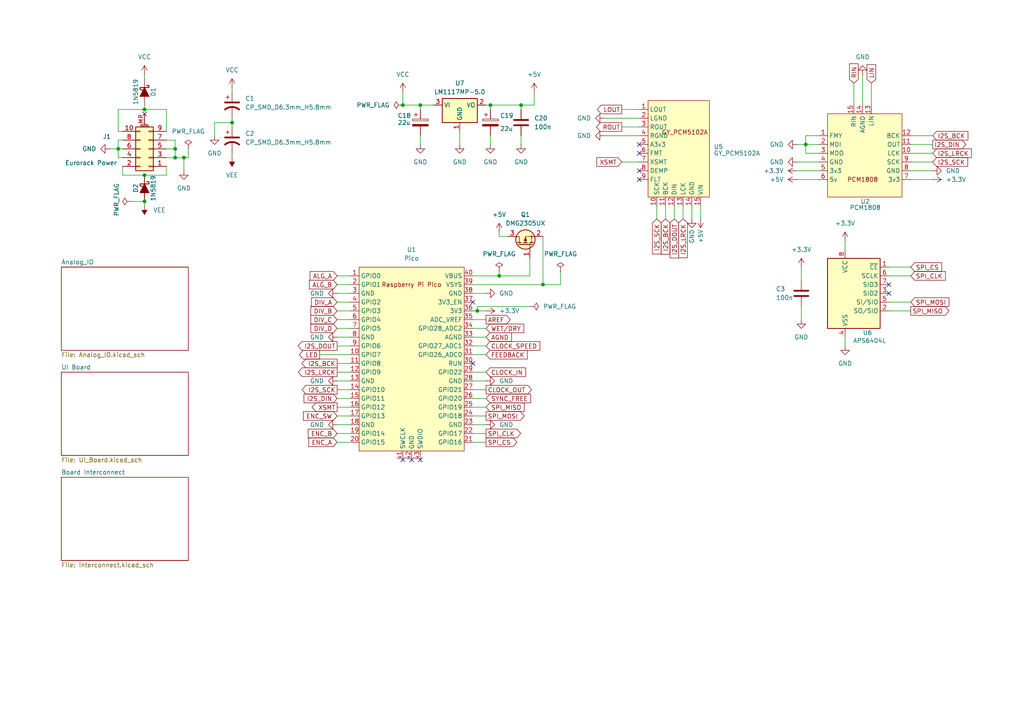
<source format=kicad_sch>
(kicad_sch (version 20231120) (generator "eeschema") (generator_version "8.0")
  (paper "A4")
  (title_block (title "Parrot - Processor DAC and ADC") (date "2024-05-14") (rev "1.0") (company "Audio Morphology") (comment 1 "Main Processor"))
  (lib_symbols
    (symbol "Capacitor_AKL:CP_SMD_D6.3mm_H5.8mm" (pin_numbers hide) (pin_names (offset 0.254))
      (property "Reference" "C" (at 0.635 2.54 0))
      (property "Value" "CP_SMD_D6.3mm_H5.8mm" (at 0.635 -2.54 0))
      (symbol "CP_SMD_D6.3mm_H5.8mm_0_1"
        (rectangle (start -2.286 0.508) (end 2.286 1.016))
        (polyline (pts (xy -1.778 2.286) (xy -0.762 2.286)))
        (polyline (pts (xy -1.27 2.794) (xy -1.27 1.778)))
        (rectangle (start 2.286 -0.508) (end -2.286 -1.016) (fill (type outline)))
      )
      (symbol "CP_SMD_D6.3mm_H5.8mm_1_1"
        (pin passive line (at 0 3.81 270) (length 2.794) (name "~") (number "1"))
        (pin passive line (at 0 -3.81 90) (length 2.794) (name "~") (number "2"))
      )
    )
    (symbol "Capacitor_AKL:C_0603" (pin_numbers hide) (pin_names (offset 0.254))
      (property "Reference" "C" (at 0.635 2.54 0))
      (property "Value" "C_0603" (at 0.635 -2.54 0))
      (symbol "C_0603_0_1"
        (polyline (pts (xy -2.032 -0.762) (xy 2.032 -0.762)) (stroke (width 0.508)))
        (polyline (pts (xy -2.032 0.762) (xy 2.032 0.762)) (stroke (width 0.508)))
      )
      (symbol "C_0603_1_1"
        (pin passive line (at 0 3.81 270) (length 2.794) (name "~") (number "1"))
        (pin passive line (at 0 -3.81 90) (length 2.794) (name "~") (number "2"))
      )
    )
    (symbol "Capacitor_US_AKL:CP_SMD_D6.3mm_H5.8mm" (pin_numbers hide) (pin_names (offset 0.254))
      (property "Reference" "C" (at 0.635 2.54 0))
      (property "Value" "CP_SMD_D6.3mm_H5.8mm" (at 0.635 -2.54 0))
      (symbol "CP_SMD_D6.3mm_H5.8mm_0_1"
        (polyline (pts (xy -2.032 0.762) (xy 2.032 0.762)) (stroke (width 0.508)))
        (polyline (pts (xy -1.778 2.286) (xy -0.762 2.286)))
        (polyline (pts (xy -1.27 1.778) (xy -1.27 2.794)))
        (arc (start 2.032 -1.27) (mid 0 -0.5572) (end -2.032 -1.27) (stroke (width 0.508)))
      )
      (symbol "CP_SMD_D6.3mm_H5.8mm_1_1"
        (pin passive line (at 0 3.81 270) (length 2.794) (name "~") (number "1"))
        (pin passive line (at 0 -3.81 90) (length 3.302) (name "~") (number "2"))
      )
    )
    (symbol "Connector_Generic_MountingPin:Conn_02x05_Odd_Even_MountingPin" (pin_names (offset 1.016) hide)
      (property "Reference" "J" (at 1.27 7.62 0))
      (property "Value" "Conn_02x05_Odd_Even_MountingPin" (at 2.54 -7.62 0))
      (symbol "Conn_02x05_Odd_Even_MountingPin_1_1"
        (rectangle (start -1.27 -4.953) (end 0 -5.207) (stroke (width 0.1524)))
        (rectangle (start -1.27 -2.413) (end 0 -2.667) (stroke (width 0.1524)))
        (rectangle (start -1.27 0.127) (end 0 -0.127) (stroke (width 0.1524)))
        (rectangle (start -1.27 2.667) (end 0 2.413) (stroke (width 0.1524)))
        (rectangle (start -1.27 5.207) (end 0 4.953) (stroke (width 0.1524)))
        (rectangle (start -1.27 6.35) (end 3.81 -6.35) (stroke (width 0.254)) (fill (type background)))
        (polyline (pts (xy 0.254 -7.112) (xy 2.286 -7.112)) (stroke (width 0.1524)))
        (rectangle (start 3.81 -4.953) (end 2.54 -5.207) (stroke (width 0.1524)))
        (rectangle (start 3.81 -2.413) (end 2.54 -2.667) (stroke (width 0.1524)))
        (rectangle (start 3.81 0.127) (end 2.54 -0.127) (stroke (width 0.1524)))
        (rectangle (start 3.81 2.667) (end 2.54 2.413) (stroke (width 0.1524)))
        (rectangle (start 3.81 5.207) (end 2.54 4.953) (stroke (width 0.1524)))
        (text "Mounting" (at 1.27 -6.731 0) (effects (font (size 0.381 0.381))))
        (pin passive line (at -5.08 5.08 0) (length 3.81) (name "Pin_1") (number "1"))
        (pin passive line (at 7.62 -5.08 180) (length 3.81) (name "Pin_10") (number "10"))
        (pin passive line (at 7.62 5.08 180) (length 3.81) (name "Pin_2") (number "2"))
        (pin passive line (at -5.08 2.54 0) (length 3.81) (name "Pin_3") (number "3"))
        (pin passive line (at 7.62 2.54 180) (length 3.81) (name "Pin_4") (number "4"))
        (pin passive line (at -5.08 0 0) (length 3.81) (name "Pin_5") (number "5"))
        (pin passive line (at 7.62 0 180) (length 3.81) (name "Pin_6") (number "6"))
        (pin passive line (at -5.08 -2.54 0) (length 3.81) (name "Pin_7") (number "7"))
        (pin passive line (at 7.62 -2.54 180) (length 3.81) (name "Pin_8") (number "8"))
        (pin passive line (at -5.08 -5.08 0) (length 3.81) (name "Pin_9") (number "9"))
        (pin passive line (at 1.27 -10.16 90) (length 3.048) (name "MountPin") (number "MP"))
      )
    )
    (symbol "DSP_CodecBoards:GY_PCM5102A"
      (property "Reference" "U" (at 0 0 0))
      (symbol "GY_PCM5102A_1_1"
        (rectangle (start -8.89 13.97) (end 8.89 -13.97) (fill (type background)))
        (text "GY_PCM5102A" (at 1.778 4.826 0) (effects (font (size 1.27 1.27))))
        (pin output line (at -11.43 11.43 0) (length 2.54) (name "LOUT") (number "1"))
        (pin input line (at -6.35 -16.51 90) (length 2.54) (name "SCK") (number "10"))
        (pin input line (at -3.81 -16.51 90) (length 2.54) (name "BCK") (number "11"))
        (pin input line (at -1.27 -16.51 90) (length 2.54) (name "DIN") (number "12"))
        (pin input line (at 1.27 -16.51 90) (length 2.54) (name "LCK") (number "13"))
        (pin power_in line (at 3.81 -16.51 90) (length 2.54) (name "GND") (number "14"))
        (pin power_in line (at 6.35 -16.51 90) (length 2.54) (name "VIN") (number "15"))
        (pin power_in line (at -11.43 8.89 0) (length 2.54) (name "LGND") (number "2"))
        (pin output line (at -11.43 6.35 0) (length 2.54) (name "ROUT") (number "3"))
        (pin power_in line (at -11.43 3.81 0) (length 2.54) (name "RGND") (number "4"))
        (pin power_out line (at -11.43 1.27 0) (length 2.54) (name "A3v3") (number "5"))
        (pin unspecified line (at -11.43 -1.27 0) (length 2.54) (name "FMT") (number "6"))
        (pin input line (at -11.43 -3.81 0) (length 2.54) (name "XSMT") (number "7"))
        (pin input line (at -11.43 -6.35 0) (length 2.54) (name "DEMP") (number "8"))
        (pin input line (at -11.43 -8.89 0) (length 2.54) (name "FLT") (number "9"))
      )
    )
    (symbol "DSP_CodecBoards:PCM1808"
      (property "Reference" "U" (at 0 0.254 0))
      (symbol "PCM1808_1_1"
        (rectangle (start -10.16 11.43) (end 11.43 -12.7) (fill (type background)))
        (text "PCM1808" (at 0 -7.62 0) (effects (font (size 1.27 1.27))))
        (pin input line (at -12.7 5.08 0) (length 2.54) (name "FMY") (number "1"))
        (pin input line (at 13.97 0 180) (length 2.54) (name "LCK") (number "10"))
        (pin output line (at 13.97 2.54 180) (length 2.54) (name "OUT") (number "11"))
        (pin input line (at 13.97 5.08 180) (length 2.54) (name "BCK") (number "12"))
        (pin input line (at 2.54 13.97 270) (length 2.54) (name "LIN") (number "13"))
        (pin power_in line (at 0 13.97 270) (length 2.54) (name "AGND") (number "14"))
        (pin input line (at -2.54 13.97 270) (length 2.54) (name "RIN") (number "15"))
        (pin input line (at -12.7 2.54 0) (length 2.54) (name "MDI") (number "2"))
        (pin input line (at -12.7 0 0) (length 2.54) (name "MDO") (number "3"))
        (pin power_in line (at -12.7 -2.54 0) (length 2.54) (name "GND") (number "4"))
        (pin power_in line (at -12.7 -5.08 0) (length 2.54) (name "3v3") (number "5"))
        (pin power_in line (at -12.7 -7.62 0) (length 2.54) (name "5v") (number "6"))
        (pin power_in line (at 13.97 -7.62 180) (length 2.54) (name "3v3") (number "7"))
        (pin power_in line (at 13.97 -5.08 180) (length 2.54) (name "GND") (number "8"))
        (pin input line (at 13.97 -2.54 180) (length 2.54) (name "SCK") (number "9"))
      )
    )
    (symbol "Diode_Schottky_AKL:1N5819" (pin_numbers hide) (pin_names (offset 1.016) hide)
      (property "Reference" "D" (at 0 5.08 0))
      (property "Value" "1N5819" (at 0 2.54 0))
      (symbol "1N5819_0_1"
        (polyline (pts (xy -1.27 0) (xy 1.27 0)))
        (polyline (pts (xy -1.27 -1.27) (xy -1.27 1.27) (xy 1.27 0) (xy -1.27 -1.27)) (stroke (width 0.254)) (fill (type outline)))
        (polyline (pts (xy 1.905 -0.635) (xy 1.905 -1.27) (xy 1.27 -1.27) (xy 1.27 1.27) (xy 0.635 1.27) (xy 0.635 0.635)) (stroke (width 0.254)))
      )
      (symbol "1N5819_1_1"
        (pin passive line (at 3.81 0 180) (length 2.54) (name "K") (number "1"))
        (pin passive line (at -3.81 0 0) (length 2.54) (name "A") (number "2"))
      )
    )
    (symbol "MCU_RaspberryPi_and_Boards:Pico"
      (property "Reference" "U1" (at 0 31.75 0))
      (property "Value" "Pico" (at 0 29.21 0))
      (symbol "Pico_0_0"
        (text "Raspberry Pi Pico" (at 0 21.59 0) (effects (font (size 1.27 1.27))))
      )
      (symbol "Pico_0_1"
        (rectangle (start -15.24 26.67) (end 15.24 -26.67) (fill (type background)))
      )
      (symbol "Pico_1_1"
        (pin bidirectional line (at -17.78 24.13 0) (length 2.54) (name "GPIO0") (number "1"))
        (pin bidirectional line (at -17.78 1.27 0) (length 2.54) (name "GPIO7") (number "10"))
        (pin bidirectional line (at -17.78 -1.27 0) (length 2.54) (name "GPIO8") (number "11"))
        (pin bidirectional line (at -17.78 -3.81 0) (length 2.54) (name "GPIO9") (number "12"))
        (pin power_in line (at -17.78 -6.35 0) (length 2.54) (name "GND") (number "13"))
        (pin bidirectional line (at -17.78 -8.89 0) (length 2.54) (name "GPIO10") (number "14"))
        (pin bidirectional line (at -17.78 -11.43 0) (length 2.54) (name "GPIO11") (number "15"))
        (pin bidirectional line (at -17.78 -13.97 0) (length 2.54) (name "GPIO12") (number "16"))
        (pin bidirectional line (at -17.78 -16.51 0) (length 2.54) (name "GPIO13") (number "17"))
        (pin power_in line (at -17.78 -19.05 0) (length 2.54) (name "GND") (number "18"))
        (pin bidirectional line (at -17.78 -21.59 0) (length 2.54) (name "GPIO14") (number "19"))
        (pin bidirectional line (at -17.78 21.59 0) (length 2.54) (name "GPIO1") (number "2"))
        (pin bidirectional line (at -17.78 -24.13 0) (length 2.54) (name "GPIO15") (number "20"))
        (pin bidirectional line (at 17.78 -24.13 180) (length 2.54) (name "GPIO16") (number "21"))
        (pin bidirectional line (at 17.78 -21.59 180) (length 2.54) (name "GPIO17") (number "22"))
        (pin power_in line (at 17.78 -19.05 180) (length 2.54) (name "GND") (number "23"))
        (pin bidirectional line (at 17.78 -16.51 180) (length 2.54) (name "GPIO18") (number "24"))
        (pin bidirectional line (at 17.78 -13.97 180) (length 2.54) (name "GPIO19") (number "25"))
        (pin bidirectional line (at 17.78 -11.43 180) (length 2.54) (name "GPIO20") (number "26"))
        (pin bidirectional line (at 17.78 -8.89 180) (length 2.54) (name "GPIO21") (number "27"))
        (pin power_in line (at 17.78 -6.35 180) (length 2.54) (name "GND") (number "28"))
        (pin bidirectional line (at 17.78 -3.81 180) (length 2.54) (name "GPIO22") (number "29"))
        (pin power_in line (at -17.78 19.05 0) (length 2.54) (name "GND") (number "3"))
        (pin input line (at 17.78 -1.27 180) (length 2.54) (name "RUN") (number "30"))
        (pin bidirectional line (at 17.78 1.27 180) (length 2.54) (name "GPIO26_ADC0") (number "31"))
        (pin bidirectional line (at 17.78 3.81 180) (length 2.54) (name "GPIO27_ADC1") (number "32"))
        (pin power_in line (at 17.78 6.35 180) (length 2.54) (name "AGND") (number "33"))
        (pin bidirectional line (at 17.78 8.89 180) (length 2.54) (name "GPIO28_ADC2") (number "34"))
        (pin power_in line (at 17.78 11.43 180) (length 2.54) (name "ADC_VREF") (number "35"))
        (pin power_in line (at 17.78 13.97 180) (length 2.54) (name "3V3") (number "36"))
        (pin input line (at 17.78 16.51 180) (length 2.54) (name "3V3_EN") (number "37"))
        (pin power_in line (at 17.78 19.05 180) (length 2.54) (name "GND") (number "38"))
        (pin power_in line (at 17.78 21.59 180) (length 2.54) (name "VSYS") (number "39"))
        (pin bidirectional line (at -17.78 16.51 0) (length 2.54) (name "GPIO2") (number "4"))
        (pin power_in line (at 17.78 24.13 180) (length 2.54) (name "VBUS") (number "40"))
        (pin input line (at -2.54 -29.21 90) (length 2.54) (name "SWCLK") (number "41"))
        (pin power_in line (at 0 -29.21 90) (length 2.54) (name "GND") (number "42"))
        (pin bidirectional line (at 2.54 -29.21 90) (length 2.54) (name "SWDIO") (number "43"))
        (pin bidirectional line (at -17.78 13.97 0) (length 2.54) (name "GPIO3") (number "5"))
        (pin bidirectional line (at -17.78 11.43 0) (length 2.54) (name "GPIO4") (number "6"))
        (pin bidirectional line (at -17.78 8.89 0) (length 2.54) (name "GPIO5") (number "7"))
        (pin power_in line (at -17.78 6.35 0) (length 2.54) (name "GND") (number "8"))
        (pin bidirectional line (at -17.78 3.81 0) (length 2.54) (name "GPIO6") (number "9"))
      )
    )
    (symbol "Memory_RAM:ESP-PSRAM32"
      (property "Reference" "U" (at 3.81 11.43 0))
      (property "Value" "ESP-PSRAM32" (at -1.27 -11.43 0))
      (symbol "ESP-PSRAM32_0_1"
        (rectangle (start -7.62 10.16) (end 7.62 -10.16) (stroke (width 0.254)) (fill (type background)))
      )
      (symbol "ESP-PSRAM32_1_1"
        (pin input line (at 10.16 7.62 180) (length 2.54) (name "~{CE}") (number "1"))
        (pin output line (at 10.16 -5.08 180) (length 2.54) (name "SO/SIO") (number "2"))
        (pin bidirectional line (at 10.16 0 180) (length 2.54) (name "SIO2") (number "3"))
        (pin power_in line (at -2.54 -12.7 90) (length 2.54) (name "VSS") (number "4"))
        (pin input line (at 10.16 -2.54 180) (length 2.54) (name "SI/SIO") (number "5"))
        (pin output line (at 10.16 5.08 180) (length 2.54) (name "SCLK") (number "6"))
        (pin bidirectional line (at 10.16 2.54 180) (length 2.54) (name "SIO3") (number "7"))
        (pin power_in line (at -2.54 12.7 270) (length 2.54) (name "VCC") (number "8"))
      )
    )
    (symbol "Regulator_Linear:LM1117MP-5.0"
      (property "Reference" "U" (at -3.81 3.175 0))
      (property "Value" "LM1117MP-5.0" (at 0 3.175 0))
      (symbol "LM1117MP-5.0_0_1"
        (rectangle (start -5.08 -5.08) (end 5.08 1.905) (stroke (width 0.254)) (fill (type background)))
      )
      (symbol "LM1117MP-5.0_1_1"
        (pin power_in line (at 0 -7.62 90) (length 2.54) (name "GND") (number "1"))
        (pin power_out line (at 7.62 0 180) (length 2.54) (name "VO") (number "2"))
        (pin power_in line (at -7.62 0 0) (length 2.54) (name "VI") (number "3"))
      )
    )
    (symbol "Transistor_MOSFET_AKL:DMG2305UX" (pin_names hide)
      (property "Reference" "Q" (at 5.08 1.27 0))
      (property "Value" "DMG2305UX" (at 5.08 -1.27 0))
      (symbol "DMG2305UX_0_1"
        (polyline (pts (xy 0.254 -1.905) (xy 0.254 1.905)) (stroke (width 0.254)))
        (polyline (pts (xy 0.254 1.27) (xy -2.54 1.27)))
        (polyline (pts (xy 0.762 -2.286) (xy 0.762 -1.27)) (stroke (width 0.254)))
        (polyline (pts (xy 0.762 -1.778) (xy 2.54 -1.778)))
        (polyline (pts (xy 0.762 -0.508) (xy 0.762 0.508)) (stroke (width 0.254)))
        (polyline (pts (xy 0.762 1.27) (xy 0.762 2.286)) (stroke (width 0.254)))
        (polyline (pts (xy 0.762 1.778) (xy 2.54 1.778)))
        (polyline (pts (xy 2.54 -2.54) (xy 2.54 -1.778)))
        (polyline (pts (xy 2.54 2.54) (xy 2.54 0) (xy 0.762 0)))
        (polyline (pts (xy 2.286 0) (xy 1.27 -0.381) (xy 1.27 0.381) (xy 2.286 0)) (fill (type outline)))
      )
      (symbol "DMG2305UX_1_1"
        (circle (center 1.651 0) (radius 2.794) (stroke (width 0.254)) (fill (type background)))
        (circle (center 2.54 1.778) (radius 0.1778) (fill (type outline)))
        (pin input line (at -3.81 1.27 0) (length 2.54) (name "G") (number "1"))
        (pin passive line (at 2.54 5.08 270) (length 2.54) (name "S") (number "2"))
        (pin passive line (at 2.54 -5.08 90) (length 2.54) (name "D") (number "3"))
      )
    )
    (symbol "power:+3.3V" (power) (pin_numbers hide) (pin_names (offset 0) hide)
      (property "Value" "+3.3V" (at 0 3.556 0))
      (symbol "+3.3V_0_1"
        (polyline (pts (xy -0.762 1.27) (xy 0 2.54)))
        (polyline (pts (xy 0 0) (xy 0 2.54)))
        (polyline (pts (xy 0 2.54) (xy 0.762 1.27)))
      )
      (symbol "+3.3V_1_1"
        (pin power_in line (at 0 0 90) (length 0) (name "~") (number "1"))
      )
    )
    (symbol "power:+5V" (power) (pin_numbers hide) (pin_names (offset 0) hide)
      (property "Value" "+5V" (at 0 3.556 0))
      (symbol "+5V_0_1"
        (polyline (pts (xy -0.762 1.27) (xy 0 2.54)))
        (polyline (pts (xy 0 0) (xy 0 2.54)))
        (polyline (pts (xy 0 2.54) (xy 0.762 1.27)))
      )
      (symbol "+5V_1_1"
        (pin power_in line (at 0 0 90) (length 0) (name "~") (number "1"))
      )
    )
    (symbol "power:GND" (power) (pin_numbers hide) (pin_names (offset 0) hide)
      (property "Value" "GND" (at 0 -3.81 0))
      (symbol "GND_0_1"
        (polyline (pts (xy 0 0) (xy 0 -1.27) (xy 1.27 -1.27) (xy 0 -2.54) (xy -1.27 -1.27) (xy 0 -1.27)))
      )
      (symbol "GND_1_1"
        (pin power_in line (at 0 0 270) (length 0) (name "~") (number "1"))
      )
    )
    (symbol "power:PWR_FLAG" (power) (pin_numbers hide) (pin_names (offset 0) hide)
      (property "Value" "PWR_FLAG" (at 0 3.81 0))
      (symbol "PWR_FLAG_0_0"
        (pin power_out line (at 0 0 90) (length 0) (name "~") (number "1"))
      )
      (symbol "PWR_FLAG_0_1"
        (polyline (pts (xy 0 0) (xy 0 1.27) (xy -1.016 1.905) (xy 0 2.54) (xy 1.016 1.905) (xy 0 1.27)))
      )
    )
    (symbol "power:VCC" (power) (pin_numbers hide) (pin_names (offset 0) hide)
      (property "Value" "VCC" (at 0 3.556 0))
      (symbol "VCC_0_1"
        (polyline (pts (xy -0.762 1.27) (xy 0 2.54)))
        (polyline (pts (xy 0 0) (xy 0 2.54)))
        (polyline (pts (xy 0 2.54) (xy 0.762 1.27)))
      )
      (symbol "VCC_1_1"
        (pin power_in line (at 0 0 90) (length 0) (name "~") (number "1"))
      )
    )
    (symbol "power:VEE" (power) (pin_numbers hide) (pin_names (offset 0) hide)
      (property "Value" "VEE" (at 0 3.556 0))
      (symbol "VEE_0_1"
        (polyline (pts (xy 0 0) (xy 0 2.54)))
        (polyline (pts (xy 0.762 1.27) (xy -0.762 1.27) (xy 0 2.54) (xy 0.762 1.27)) (fill (type outline)))
      )
      (symbol "VEE_1_1"
        (pin power_in line (at 0 0 90) (length 0) (name "~") (number "1"))
      )
    )
  )
  (junction (at 41.91 50.8))
  (junction (at 151.13 30.48))
  (junction (at 142.24 30.48))
  (junction (at 138.43 90.17))
  (junction (at 67.31 35.56))
  (junction (at 157.48 82.55))
  (junction (at 34.29 43.18))
  (junction (at 121.92 30.48))
  (junction (at 116.84 30.48))
  (junction (at 233.68 41.91))
  (junction (at 53.34 45.72))
  (junction (at 50.8 43.18))
  (junction (at 50.8 45.72))
  (junction (at 41.91 31.75))
  (junction (at 41.91 58.42))
  (junction (at 144.78 80.01))
  (no_connect (at 116.84 133.35))
  (no_connect (at 185.42 41.91))
  (no_connect (at 185.42 44.45))
  (no_connect (at 257.81 85.09))
  (no_connect (at 41.91 33.02))
  (no_connect (at 185.42 52.07))
  (no_connect (at 257.81 82.55))
  (no_connect (at 121.92 133.35))
  (no_connect (at 137.16 105.41))
  (no_connect (at 119.38 133.35))
  (no_connect (at 137.16 87.63))
  (no_connect (at 185.42 49.53))
  (wire (pts (xy 50.8 45.72) (xy 53.34 45.72)))
  (wire (pts (xy 151.13 30.48) (xy 154.94 30.48)))
  (wire (pts (xy 137.16 95.25) (xy 140.97 95.25)))
  (wire (pts (xy 157.48 68.58) (xy 157.48 82.55)))
  (wire (pts (xy 97.79 105.41) (xy 101.6 105.41)))
  (wire (pts (xy 175.26 34.29) (xy 185.42 34.29)))
  (wire (pts (xy 264.16 49.53) (xy 270.51 49.53)))
  (wire (pts (xy 34.29 31.75) (xy 34.29 38.1)))
  (wire (pts (xy 137.16 115.57) (xy 140.97 115.57)))
  (wire (pts (xy 233.68 41.91) (xy 237.49 41.91)))
  (wire (pts (xy 137.16 110.49) (xy 140.97 110.49)))
  (wire (pts (xy 38.1 58.42) (xy 41.91 58.42)))
  (wire (pts (xy 151.13 39.37) (xy 151.13 41.91)))
  (wire (pts (xy 35.56 40.64) (xy 34.29 40.64)))
  (wire (pts (xy 257.81 87.63) (xy 264.16 87.63)))
  (wire (pts (xy 62.23 35.56) (xy 67.31 35.56)))
  (wire (pts (xy 137.16 125.73) (xy 140.97 125.73)))
  (wire (pts (xy 97.79 118.11) (xy 101.6 118.11)))
  (wire (pts (xy 137.16 100.33) (xy 140.97 100.33)))
  (wire (pts (xy 247.65 24.13) (xy 247.65 30.48)))
  (wire (pts (xy 67.31 44.45) (xy 67.31 45.72)))
  (wire (pts (xy 48.26 40.64) (xy 50.8 40.64)))
  (wire (pts (xy 257.81 77.47) (xy 264.16 77.47)))
  (wire (pts (xy 140.97 30.48) (xy 142.24 30.48)))
  (wire (pts (xy 180.34 36.83) (xy 185.42 36.83)))
  (wire (pts (xy 137.16 97.79) (xy 140.97 97.79)))
  (wire (pts (xy 144.78 67.31) (xy 144.78 68.58)))
  (wire (pts (xy 97.79 125.73) (xy 101.6 125.73)))
  (wire (pts (xy 50.8 40.64) (xy 50.8 43.18)))
  (wire (pts (xy 67.31 34.29) (xy 67.31 35.56)))
  (wire (pts (xy 232.41 88.9) (xy 232.41 92.71)))
  (wire (pts (xy 264.16 46.99) (xy 270.51 46.99)))
  (wire (pts (xy 162.56 82.55) (xy 157.48 82.55)))
  (wire (pts (xy 264.16 39.37) (xy 270.51 39.37)))
  (wire (pts (xy 35.56 50.8) (xy 41.91 50.8)))
  (wire (pts (xy 67.31 25.4) (xy 67.31 26.67)))
  (wire (pts (xy 48.26 48.26) (xy 48.26 50.8)))
  (wire (pts (xy 231.14 41.91) (xy 233.68 41.91)))
  (wire (pts (xy 48.26 31.75) (xy 41.91 31.75)))
  (wire (pts (xy 233.68 44.45) (xy 233.68 41.91)))
  (wire (pts (xy 97.79 95.25) (xy 101.6 95.25)))
  (wire (pts (xy 35.56 45.72) (xy 34.29 45.72)))
  (wire (pts (xy 144.78 78.74) (xy 144.78 80.01)))
  (wire (pts (xy 121.92 39.37) (xy 121.92 41.91)))
  (wire (pts (xy 31.75 43.18) (xy 34.29 43.18)))
  (wire (pts (xy 48.26 45.72) (xy 50.8 45.72)))
  (wire (pts (xy 97.79 120.65) (xy 101.6 120.65)))
  (wire (pts (xy 264.16 44.45) (xy 270.51 44.45)))
  (wire (pts (xy 133.35 38.1) (xy 133.35 41.91)))
  (wire (pts (xy 97.79 85.09) (xy 101.6 85.09)))
  (wire (pts (xy 97.79 100.33) (xy 101.6 100.33)))
  (wire (pts (xy 35.56 48.26) (xy 35.56 50.8)))
  (wire (pts (xy 116.84 26.67) (xy 116.84 30.48)))
  (wire (pts (xy 41.91 58.42) (xy 41.91 59.69)))
  (wire (pts (xy 175.26 39.37) (xy 185.42 39.37)))
  (wire (pts (xy 53.34 45.72) (xy 53.34 49.53)))
  (wire (pts (xy 41.91 21.59) (xy 41.91 22.86)))
  (wire (pts (xy 144.78 68.58) (xy 147.32 68.58)))
  (wire (pts (xy 203.2 59.69) (xy 203.2 63.5)))
  (wire (pts (xy 142.24 30.48) (xy 142.24 31.75)))
  (wire (pts (xy 41.91 50.8) (xy 48.26 50.8)))
  (wire (pts (xy 200.66 59.69) (xy 200.66 63.5)))
  (wire (pts (xy 195.58 59.69) (xy 195.58 63.5)))
  (wire (pts (xy 190.5 59.69) (xy 190.5 63.5)))
  (wire (pts (xy 41.91 31.75) (xy 34.29 31.75)))
  (wire (pts (xy 121.92 30.48) (xy 121.92 31.75)))
  (wire (pts (xy 237.49 44.45) (xy 233.68 44.45)))
  (wire (pts (xy 137.16 123.19) (xy 140.97 123.19)))
  (wire (pts (xy 157.48 82.55) (xy 137.16 82.55)))
  (wire (pts (xy 257.81 90.17) (xy 264.16 90.17)))
  (wire (pts (xy 137.16 90.17) (xy 138.43 90.17)))
  (wire (pts (xy 245.11 97.79) (xy 245.11 100.33)))
  (wire (pts (xy 137.16 118.11) (xy 140.97 118.11)))
  (wire (pts (xy 54.61 43.18) (xy 54.61 45.72)))
  (wire (pts (xy 97.79 113.03) (xy 101.6 113.03)))
  (wire (pts (xy 97.79 82.55) (xy 101.6 82.55)))
  (wire (pts (xy 138.43 90.17) (xy 140.97 90.17)))
  (wire (pts (xy 180.34 46.99) (xy 185.42 46.99)))
  (wire (pts (xy 34.29 40.64) (xy 34.29 43.18)))
  (wire (pts (xy 237.49 39.37) (xy 233.68 39.37)))
  (wire (pts (xy 137.16 85.09) (xy 140.97 85.09)))
  (wire (pts (xy 97.79 115.57) (xy 101.6 115.57)))
  (wire (pts (xy 92.71 102.87) (xy 101.6 102.87)))
  (wire (pts (xy 137.16 120.65) (xy 140.97 120.65)))
  (wire (pts (xy 250.19 21.59) (xy 250.19 30.48)))
  (wire (pts (xy 153.67 74.93) (xy 153.67 80.01)))
  (wire (pts (xy 116.84 30.48) (xy 121.92 30.48)))
  (wire (pts (xy 137.16 92.71) (xy 140.97 92.71)))
  (wire (pts (xy 193.04 59.69) (xy 193.04 63.5)))
  (wire (pts (xy 245.11 69.85) (xy 245.11 72.39)))
  (wire (pts (xy 162.56 78.74) (xy 162.56 82.55)))
  (wire (pts (xy 67.31 35.56) (xy 67.31 36.83)))
  (wire (pts (xy 97.79 97.79) (xy 101.6 97.79)))
  (wire (pts (xy 121.92 30.48) (xy 125.73 30.48)))
  (wire (pts (xy 232.41 77.47) (xy 232.41 81.28)))
  (wire (pts (xy 198.12 59.69) (xy 198.12 63.5)))
  (wire (pts (xy 137.16 107.95) (xy 140.97 107.95)))
  (wire (pts (xy 142.24 39.37) (xy 142.24 41.91)))
  (wire (pts (xy 231.14 52.07) (xy 237.49 52.07)))
  (wire (pts (xy 97.79 110.49) (xy 101.6 110.49)))
  (wire (pts (xy 153.67 80.01) (xy 144.78 80.01)))
  (wire (pts (xy 252.73 24.13) (xy 252.73 30.48)))
  (wire (pts (xy 97.79 123.19) (xy 101.6 123.19)))
  (wire (pts (xy 97.79 107.95) (xy 101.6 107.95)))
  (wire (pts (xy 137.16 113.03) (xy 140.97 113.03)))
  (wire (pts (xy 144.78 80.01) (xy 137.16 80.01)))
  (wire (pts (xy 151.13 30.48) (xy 151.13 31.75)))
  (wire (pts (xy 154.94 30.48) (xy 154.94 26.67)))
  (wire (pts (xy 50.8 43.18) (xy 50.8 45.72)))
  (wire (pts (xy 137.16 102.87) (xy 140.97 102.87)))
  (wire (pts (xy 231.14 49.53) (xy 237.49 49.53)))
  (wire (pts (xy 180.34 31.75) (xy 185.42 31.75)))
  (wire (pts (xy 34.29 38.1) (xy 35.56 38.1)))
  (wire (pts (xy 97.79 128.27) (xy 101.6 128.27)))
  (wire (pts (xy 48.26 38.1) (xy 48.26 31.75)))
  (wire (pts (xy 34.29 45.72) (xy 34.29 43.18)))
  (wire (pts (xy 41.91 30.48) (xy 41.91 31.75)))
  (wire (pts (xy 34.29 43.18) (xy 35.56 43.18)))
  (wire (pts (xy 137.16 128.27) (xy 140.97 128.27)))
  (wire (pts (xy 97.79 90.17) (xy 101.6 90.17)))
  (wire (pts (xy 264.16 52.07) (xy 270.51 52.07)))
  (wire (pts (xy 48.26 43.18) (xy 50.8 43.18)))
  (wire (pts (xy 142.24 30.48) (xy 151.13 30.48)))
  (wire (pts (xy 54.61 45.72) (xy 53.34 45.72)))
  (wire (pts (xy 264.16 41.91) (xy 270.51 41.91)))
  (wire (pts (xy 97.79 80.01) (xy 101.6 80.01)))
  (wire (pts (xy 97.79 92.71) (xy 101.6 92.71)))
  (wire (pts (xy 153.67 88.9) (xy 138.43 88.9)))
  (wire (pts (xy 138.43 88.9) (xy 138.43 90.17)))
  (wire (pts (xy 62.23 39.37) (xy 62.23 35.56)))
  (wire (pts (xy 233.68 39.37) (xy 233.68 41.91)))
  (wire (pts (xy 231.14 46.99) (xy 237.49 46.99)))
  (wire (pts (xy 97.79 87.63) (xy 101.6 87.63)))
  (wire (pts (xy 257.81 80.01) (xy 264.16 80.01)))
  (global_label "ENC_B" (shape input) (at 97.79 125.73 180) (property "Intersheetrefs" "${INTERSHEET_REFS}" (effects (hide yes))))
  (global_label "I2S_LRCK" (shape output) (at 97.79 107.95 180) (property "Intersheetrefs" "${INTERSHEET_REFS}" (effects (hide yes))))
  (global_label "AREF" (shape output) (at 140.97 92.71 0) (property "Intersheetrefs" "${INTERSHEET_REFS}" (effects (hide yes))))
  (global_label "SPI_CS" (shape input) (at 264.16 77.47 0) (property "Intersheetrefs" "${INTERSHEET_REFS}" (effects (hide yes))))
  (global_label "LIN" (shape input) (at 252.73 24.13 90) (property "Intersheetrefs" "${INTERSHEET_REFS}" (effects (hide yes))))
  (global_label "ALG_A" (shape input) (at 97.79 80.01 180) (property "Intersheetrefs" "${INTERSHEET_REFS}" (effects (hide yes))))
  (global_label "SPI_MOSI" (shape input) (at 264.16 87.63 0) (property "Intersheetrefs" "${INTERSHEET_REFS}" (effects (hide yes))))
  (global_label "ROUT" (shape output) (at 180.34 36.83 180) (property "Intersheetrefs" "${INTERSHEET_REFS}" (effects (hide yes))))
  (global_label "SPI_CLK" (shape output) (at 140.97 125.73 0) (property "Intersheetrefs" "${INTERSHEET_REFS}" (effects (hide yes))))
  (global_label "WET{slash}DRY" (shape input) (at 140.97 95.25 0) (property "Intersheetrefs" "${INTERSHEET_REFS}" (effects (hide yes))))
  (global_label "ENC_A" (shape input) (at 97.79 128.27 180) (property "Intersheetrefs" "${INTERSHEET_REFS}" (effects (hide yes))))
  (global_label "LOUT" (shape output) (at 180.34 31.75 180) (property "Intersheetrefs" "${INTERSHEET_REFS}" (effects (hide yes))))
  (global_label "DIV_D" (shape input) (at 97.79 95.25 180) (property "Intersheetrefs" "${INTERSHEET_REFS}" (effects (hide yes))))
  (global_label "DIV_B" (shape input) (at 97.79 90.17 180) (property "Intersheetrefs" "${INTERSHEET_REFS}" (effects (hide yes))))
  (global_label "LED" (shape output) (at 92.71 102.87 180) (property "Intersheetrefs" "${INTERSHEET_REFS}" (effects (hide yes))))
  (global_label "I2S_BCK" (shape output) (at 97.79 105.41 180) (property "Intersheetrefs" "${INTERSHEET_REFS}" (effects (hide yes))))
  (global_label "I2S_SCK" (shape input) (at 270.51 46.99 0) (property "Intersheetrefs" "${INTERSHEET_REFS}" (effects (hide yes))))
  (global_label "FEEDBACK" (shape input) (at 140.97 102.87 0) (property "Intersheetrefs" "${INTERSHEET_REFS}" (effects (hide yes))))
  (global_label "SPI_MISO" (shape output) (at 264.16 90.17 0) (property "Intersheetrefs" "${INTERSHEET_REFS}" (effects (hide yes))))
  (global_label "I2S_DIN" (shape input) (at 97.79 115.57 180) (property "Intersheetrefs" "${INTERSHEET_REFS}" (effects (hide yes))))
  (global_label "I2S_LRCK" (shape input) (at 198.12 63.5 270) (property "Intersheetrefs" "${INTERSHEET_REFS}" (effects (hide yes))))
  (global_label "DIV_A" (shape input) (at 97.79 87.63 180) (property "Intersheetrefs" "${INTERSHEET_REFS}" (effects (hide yes))))
  (global_label "SPI_MISO" (shape input) (at 140.97 118.11 0) (property "Intersheetrefs" "${INTERSHEET_REFS}" (effects (hide yes))))
  (global_label "XSMT" (shape output) (at 97.79 118.11 180) (property "Intersheetrefs" "${INTERSHEET_REFS}" (effects (hide yes))))
  (global_label "ENC_SW" (shape input) (at 97.79 120.65 180) (property "Intersheetrefs" "${INTERSHEET_REFS}" (effects (hide yes))))
  (global_label "I2S_BCK" (shape input) (at 193.04 63.5 270) (property "Intersheetrefs" "${INTERSHEET_REFS}" (effects (hide yes))))
  (global_label "I2S_LRCK" (shape input) (at 270.51 44.45 0) (property "Intersheetrefs" "${INTERSHEET_REFS}" (effects (hide yes))))
  (global_label "I2S_DIN" (shape output) (at 270.51 41.91 0) (property "Intersheetrefs" "${INTERSHEET_REFS}" (effects (hide yes))))
  (global_label "SPI_MOSI" (shape output) (at 140.97 120.65 0) (property "Intersheetrefs" "${INTERSHEET_REFS}" (effects (hide yes))))
  (global_label "I2S_BCK" (shape input) (at 270.51 39.37 0) (property "Intersheetrefs" "${INTERSHEET_REFS}" (effects (hide yes))))
  (global_label "SPI_CLK" (shape input) (at 264.16 80.01 0) (property "Intersheetrefs" "${INTERSHEET_REFS}" (effects (hide yes))))
  (global_label "AGND" (shape input) (at 140.97 97.79 0) (property "Intersheetrefs" "${INTERSHEET_REFS}" (effects (hide yes))))
  (global_label "CLOCK_IN" (shape input) (at 140.97 107.95 0) (property "Intersheetrefs" "${INTERSHEET_REFS}" (effects (hide yes))))
  (global_label "I2S_DOUT" (shape input) (at 195.58 63.5 270) (property "Intersheetrefs" "${INTERSHEET_REFS}" (effects (hide yes))))
  (global_label "SYNC_FREE" (shape input) (at 140.97 115.57 0) (property "Intersheetrefs" "${INTERSHEET_REFS}" (effects (hide yes))))
  (global_label "ALG_B" (shape input) (at 97.79 82.55 180) (property "Intersheetrefs" "${INTERSHEET_REFS}" (effects (hide yes))))
  (global_label "I2S_SCK" (shape input) (at 190.5 63.5 270) (property "Intersheetrefs" "${INTERSHEET_REFS}" (effects (hide yes))))
  (global_label "SPI_CS" (shape output) (at 140.97 128.27 0) (property "Intersheetrefs" "${INTERSHEET_REFS}" (effects (hide yes))))
  (global_label "CLOCK_SPEED" (shape input) (at 140.97 100.33 0) (property "Intersheetrefs" "${INTERSHEET_REFS}" (effects (hide yes))))
  (global_label "I2S_SCK" (shape output) (at 97.79 113.03 180) (property "Intersheetrefs" "${INTERSHEET_REFS}" (effects (hide yes))))
  (global_label "RIN" (shape input) (at 247.65 24.13 90) (property "Intersheetrefs" "${INTERSHEET_REFS}" (effects (hide yes))))
  (global_label "DIV_C" (shape input) (at 97.79 92.71 180) (property "Intersheetrefs" "${INTERSHEET_REFS}" (effects (hide yes))))
  (global_label "XSMT" (shape input) (at 180.34 46.99 180) (property "Intersheetrefs" "${INTERSHEET_REFS}" (effects (hide yes))))
  (global_label "CLOCK_OUT" (shape output) (at 140.97 113.03 0) (property "Intersheetrefs" "${INTERSHEET_REFS}" (effects (hide yes))))
  (global_label "I2S_DOUT" (shape output) (at 97.79 100.33 180) (property "Intersheetrefs" "${INTERSHEET_REFS}" (effects (hide yes))))
  (symbol (lib_id "power:GND") (at 245.11 100.33 0) (unit 1)
    (property "Reference" "#PWR061" (effects (hide yes)))
    (property "Value" "GND" (at 245.11 105.41 0))
    (property "Description" "Power symbol creates a global label with name \"GND\" , ground" (effects (hide yes)))
  )
  (symbol (lib_id "power:GND") (at 175.26 39.37 270) (unit 1)
    (property "Reference" "#PWR069" (effects (hide yes)))
    (property "Value" "GND" (at 171.45 39.3699 90) (effects (justify right)))
    (property "Description" "Power symbol creates a global label with name \"GND\" , ground" (effects (hide yes)))
  )
  (symbol (lib_id "power:GND") (at 270.51 49.53 90) (unit 1)
    (property "Reference" "#PWR054" (effects (hide yes)))
    (property "Value" "GND" (at 274.32 49.5299 90) (effects (justify right)))
    (property "Description" "Power symbol creates a global label with name \"GND\" , ground" (effects (hide yes)))
  )
  (symbol (lib_id "power:+3.3V") (at 245.11 69.85 0) (unit 1)
    (property "Reference" "#PWR060" (effects (hide yes)))
    (property "Value" "+3.3V" (at 245.11 64.77 0))
    (property "Description" "Power symbol creates a global label with name \"+3.3V\"" (effects (hide yes)))
  )
  (symbol (lib_id "power:GND") (at 140.97 85.09 90) (unit 1)
    (property "Reference" "#PWR045" (effects (hide yes)))
    (property "Value" "GND" (at 144.78 85.0899 90) (effects (justify right)))
    (property "Description" "Power symbol creates a global label with name \"GND\" , ground" (effects (hide yes)))
  )
  (symbol (lib_id "Capacitor_AKL:CP_SMD_D6.3mm_H5.8mm") (at 121.92 35.56 0) (unit 1)
    (property "Reference" "C18" (at 115.316 33.528 0) (effects (justify left)))
    (property "Value" "22u" (at 115.316 35.56 0) (effects (justify left)))
    (property "Footprint" "Capacitor_SMD_AKL:CP_Elec_6.3x5.8" (effects (hide yes)))
    (property "Description" "SMD Electrolytic Capacitor, 6.3mm Diameter, 5.8mm Height, European Symbol, Alternate KiCad Library" (effects (hide yes)))
  )
  (symbol (lib_id "Diode_Schottky_AKL:1N5819") (at 41.91 54.61 90) (unit 1)
    (property "Reference" "D2" (at 39.37 54.61 0))
    (property "Value" "1N5819" (at 44.45 54.61 0))
    (property "Footprint" "Diode_THT_AKL:D_DO-41_SOD81_P7.62mm_Horizontal" (effects (hide yes)))
    (property "Datasheet" "https://www.tme.eu/Document/1dcb17797cd83f32e896ece3030f14cc/1n5817-19.pdf" (effects (hide yes)))
    (property "Description" "DO-41 Schottky diode, 40V, 1A, Alternate KiCAD Library" (effects (hide yes)))
  )
  (symbol (lib_id "Capacitor_AKL:C_0603") (at 151.13 35.56 0) (unit 1)
    (property "Reference" "C20" (at 154.94 34.2899 0) (effects (justify left)))
    (property "Value" "100n" (at 154.94 36.8299 0) (effects (justify left)))
    (property "Footprint" "Capacitor_SMD_AKL:C_0603_1608Metric" (effects (hide yes)))
    (property "Description" "SMD 0603 MLCC capacitor, Alternate KiCad Library" (effects (hide yes)))
  )
  (symbol (lib_id "DSP_CodecBoards:PCM1808") (at 250.19 44.45 0) (unit 1)
    (property "Reference" "U2" (at 250.952 58.42 0))
    (property "Value" "PCM1808" (at 250.952 60.198 0))
    (property "Footprint" "DSP_CodecBoards:PCM1808" (effects (hide yes)))
  )
  (symbol (lib_id "power:+3.3V") (at 231.14 49.53 90) (unit 1)
    (property "Reference" "#PWR056" (effects (hide yes)))
    (property "Value" "+3.3V" (at 227.33 49.5299 90) (effects (justify left)))
    (property "Description" "Power symbol creates a global label with name \"+3.3V\"" (effects (hide yes)))
  )
  (symbol (lib_id "power:GND") (at 140.97 123.19 90) (unit 1)
    (property "Reference" "#PWR047" (effects (hide yes)))
    (property "Value" "GND" (at 144.78 123.1899 90) (effects (justify right)))
    (property "Description" "Power symbol creates a global label with name \"GND\" , ground" (effects (hide yes)))
  )
  (symbol (lib_id "power:+5V") (at 231.14 52.07 90) (unit 1)
    (property "Reference" "#PWR057" (effects (hide yes)))
    (property "Value" "+5V" (at 227.33 52.0699 90) (effects (justify left)))
    (property "Description" "Power symbol creates a global label with name \"+5V\"" (effects (hide yes)))
  )
  (symbol (lib_id "power:+5V") (at 144.78 67.31 0) (unit 1)
    (property "Reference" "#PWR052" (effects (hide yes)))
    (property "Value" "+5V" (at 144.78 62.23 0))
    (property "Description" "Power symbol creates a global label with name \"+5V\"" (effects (hide yes)))
  )
  (symbol (lib_id "power:+5V") (at 203.2 63.5 180) (unit 1)
    (property "Reference" "#PWR053" (effects (hide yes)))
    (property "Value" "+5V" (at 203.2 68.58 90))
    (property "Description" "Power symbol creates a global label with name \"+5V\"" (effects (hide yes)))
  )
  (symbol (lib_id "power:GND") (at 97.79 97.79 270) (unit 1)
    (property "Reference" "#PWR050" (effects (hide yes)))
    (property "Value" "GND" (at 93.98 97.7899 90) (effects (justify right)))
    (property "Description" "Power symbol creates a global label with name \"GND\" , ground" (effects (hide yes)))
  )
  (symbol (lib_id "DSP_CodecBoards:GY_PCM5102A") (at 196.85 43.18 0) (unit 1)
    (property "Reference" "U5" (at 207.01 42.5449 0) (effects (justify left)))
    (property "Value" "GY_PCM5102A" (at 207.01 44.45 0) (effects (justify left)))
    (property "Footprint" "DSP_CodecBoards:GY_PCM5102A" (effects (hide yes)))
  )
  (symbol (lib_id "power:+3.3V") (at 232.41 77.47 0) (unit 1)
    (property "Reference" "#PWR071" (effects (hide yes)))
    (property "Value" "+3.3V" (at 232.41 72.39 0))
    (property "Description" "Power symbol creates a global label with name \"+3.3V\"" (effects (hide yes)))
  )
  (symbol (lib_id "power:GND") (at 175.26 34.29 270) (unit 1)
    (property "Reference" "#PWR068" (effects (hide yes)))
    (property "Value" "GND" (at 171.45 34.2899 90) (effects (justify right)))
    (property "Description" "Power symbol creates a global label with name \"GND\" , ground" (effects (hide yes)))
  )
  (symbol (lib_id "power:PWR_FLAG") (at 38.1 58.42 90) (unit 1)
    (property "Reference" "#FLG02" (effects (hide yes)))
    (property "Value" "PWR_FLAG" (at 33.782 62.738 0) (effects (justify left)))
    (property "Description" "Special symbol for telling ERC where power comes from" (effects (hide yes)))
  )
  (symbol (lib_id "power:PWR_FLAG") (at 144.78 78.74 0) (unit 1)
    (property "Reference" "#FLG07" (effects (hide yes)))
    (property "Value" "PWR_FLAG" (at 144.78 73.66 0))
    (property "Description" "Special symbol for telling ERC where power comes from" (effects (hide yes)))
  )
  (symbol (lib_id "power:GND") (at 31.75 43.18 270) (unit 1)
    (property "Reference" "#PWR066" (effects (hide yes)))
    (property "Value" "GND" (at 27.94 43.1799 90) (effects (justify right)))
    (property "Description" "Power symbol creates a global label with name \"GND\" , ground" (effects (hide yes)))
  )
  (symbol (lib_id "power:+3.3V") (at 270.51 52.07 270) (unit 1)
    (property "Reference" "#PWR055" (effects (hide yes)))
    (property "Value" "+3.3V" (at 274.32 52.0699 90) (effects (justify left)))
    (property "Description" "Power symbol creates a global label with name \"+3.3V\"" (effects (hide yes)))
  )
  (symbol (lib_id "power:GND") (at 232.41 92.71 0) (unit 1)
    (property "Reference" "#PWR072" (effects (hide yes)))
    (property "Value" "GND" (at 232.41 97.79 0))
    (property "Description" "Power symbol creates a global label with name \"GND\" , ground" (effects (hide yes)))
  )
  (symbol (lib_id "Memory_RAM:ESP-PSRAM32") (at 247.65 85.09 0) (unit 1)
    (property "Reference" "U6" (at 252.984 96.52 0) (effects (justify right)))
    (property "Value" "APS6404L" (at 257.048 98.806 0) (effects (justify right)))
    (property "Footprint" "Package_SO:SOIC-8_3.9x4.9mm_P1.27mm" (effects (hide yes)))
    (property "Datasheet" "https://www.espressif.com/sites/default/files/documentation/esp-psram32_datasheet_en.pdf" (effects (hide yes)))
    (property "Description" "32 Mbit serial pseudo SRAM device organized as 4Mx8 bits, 1.8 VCC, SOIC8 (SOP8)" (effects (hide yes)))
  )
  (symbol (lib_id "power:VEE") (at 67.31 45.72 180) (unit 1)
    (property "Reference" "#PWR06" (effects (hide yes)))
    (property "Value" "VEE" (at 67.31 50.8 0))
    (property "Description" "Power symbol creates a global label with name \"VEE\"" (effects (hide yes)))
  )
  (symbol (lib_id "power:GND") (at 250.19 21.59 180) (unit 1)
    (property "Reference" "#PWR067" (effects (hide yes)))
    (property "Value" "GND" (at 250.19 16.51 0))
    (property "Description" "Power symbol creates a global label with name \"GND\" , ground" (effects (hide yes)))
  )
  (symbol (lib_id "Regulator_Linear:LM1117MP-5.0") (at 133.35 30.48 0) (unit 1)
    (property "Reference" "U7" (at 133.35 24.13 0))
    (property "Value" "LM1117MP-5.0" (at 133.35 26.67 0))
    (property "Footprint" "Package_TO_SOT_SMD:SOT-223-3_TabPin2" (effects (hide yes)))
    (property "Datasheet" "http://www.ti.com/lit/ds/symlink/lm1117.pdf" (effects (hide yes)))
    (property "Description" "800mA Low-Dropout Linear Regulator, 5.0V fixed output, SOT-223" (effects (hide yes)))
  )
  (symbol (lib_id "power:PWR_FLAG") (at 153.67 88.9 270) (unit 1)
    (property "Reference" "#FLG05" (effects (hide yes)))
    (property "Value" "PWR_FLAG" (at 157.48 88.8999 90) (effects (justify left)))
    (property "Description" "Special symbol for telling ERC where power comes from" (effects (hide yes)))
  )
  (symbol (lib_id "Capacitor_US_AKL:CP_SMD_D6.3mm_H5.8mm") (at 67.31 30.48 0) (unit 1)
    (property "Reference" "C1" (at 71.12 28.5749 0) (effects (justify left)))
    (property "Value" "CP_SMD_D6.3mm_H5.8mm" (at 71.12 31.1149 0) (effects (justify left)))
    (property "Footprint" "Capacitor_SMD_AKL:CP_Elec_6.3x5.8" (effects (hide yes)))
    (property "Description" "SMD Electrolytic Capacitor, 6.3mm Diameter, 5.8mm Height, US Symbol, Alternate KiCad Library" (effects (hide yes)))
  )
  (symbol (lib_id "MCU_RaspberryPi_and_Boards:Pico") (at 119.38 104.14 0) (unit 1)
    (property "Reference" "U1" (at 119.38 72.39 0))
    (property "Value" "Pico" (at 119.38 74.93 0))
    (property "Footprint" "MCU_RaspberryPi_and_Boards:RPi_Pico_SMD_TH" (effects (hide yes)))
  )
  (symbol (lib_id "power:VEE") (at 41.91 59.69 180) (unit 1)
    (property "Reference" "#PWR03" (effects (hide yes)))
    (property "Value" "VEE" (at 44.45 60.9599 0) (effects (justify right)))
    (property "Description" "Power symbol creates a global label with name \"VEE\"" (effects (hide yes)))
  )
  (symbol (lib_id "power:GND") (at 97.79 85.09 270) (unit 1)
    (property "Reference" "#PWR051" (effects (hide yes)))
    (property "Value" "GND" (at 93.98 85.0899 90) (effects (justify right)))
    (property "Description" "Power symbol creates a global label with name \"GND\" , ground" (effects (hide yes)))
  )
  (symbol (lib_id "power:GND") (at 151.13 41.91 0) (unit 1)
    (property "Reference" "#PWR037" (effects (hide yes)))
    (property "Value" "GND" (at 151.13 46.99 0))
    (property "Description" "Power symbol creates a global label with name \"GND\" , ground" (effects (hide yes)))
  )
  (symbol (lib_id "power:GND") (at 62.23 39.37 0) (unit 1)
    (property "Reference" "#PWR04" (effects (hide yes)))
    (property "Value" "GND" (at 62.23 44.45 0))
    (property "Description" "Power symbol creates a global label with name \"GND\" , ground" (effects (hide yes)))
  )
  (symbol (lib_id "power:VCC") (at 41.91 21.59 0) (unit 1)
    (property "Reference" "#PWR02" (effects (hide yes)))
    (property "Value" "VCC" (at 41.91 16.51 0))
    (property "Description" "Power symbol creates a global label with name \"VCC\"" (effects (hide yes)))
  )
  (symbol (lib_id "power:GND") (at 53.34 49.53 0) (unit 1)
    (property "Reference" "#PWR01" (effects (hide yes)))
    (property "Value" "GND" (at 53.34 54.61 0))
    (property "Description" "Power symbol creates a global label with name \"GND\" , ground" (effects (hide yes)))
  )
  (symbol (lib_id "power:GND") (at 121.92 41.91 0) (unit 1)
    (property "Reference" "#PWR034" (effects (hide yes)))
    (property "Value" "GND" (at 121.92 46.99 0))
    (property "Description" "Power symbol creates a global label with name \"GND\" , ground" (effects (hide yes)))
  )
  (symbol (lib_id "power:VCC") (at 67.31 25.4 0) (unit 1)
    (property "Reference" "#PWR05" (effects (hide yes)))
    (property "Value" "VCC" (at 67.31 20.32 0))
    (property "Description" "Power symbol creates a global label with name \"VCC\"" (effects (hide yes)))
  )
  (symbol (lib_id "power:GND") (at 140.97 110.49 90) (unit 1)
    (property "Reference" "#PWR046" (effects (hide yes)))
    (property "Value" "GND" (at 144.78 110.4899 90) (effects (justify right)))
    (property "Description" "Power symbol creates a global label with name \"GND\" , ground" (effects (hide yes)))
  )
  (symbol (lib_id "Transistor_MOSFET_AKL:DMG2305UX") (at 152.4 71.12 270) (mirror x) (unit 1)
    (property "Reference" "Q1" (at 152.4 62.23 90))
    (property "Value" "DMG2305UX" (at 152.4 64.77 90))
    (property "Footprint" "Package_TO_SOT_SMD_AKL:SOT-23" (effects (hide yes)))
    (property "Datasheet" "https://www.tme.eu/Document/79cbea1ac95301c813f57d9a7787c43d/DMG2305UX.pdf" (effects (hide yes)))
    (property "Description" "SOT-23 P-MOSFET enchancement mode transistor, 20V, 4.2A, 1.4W, Alternate KiCAD Library" (effects (hide yes)))
  )
  (symbol (lib_id "power:PWR_FLAG") (at 162.56 78.74 0) (unit 1)
    (property "Reference" "#FLG08" (effects (hide yes)))
    (property "Value" "PWR_FLAG" (at 162.56 73.66 0))
    (property "Description" "Special symbol for telling ERC where power comes from" (effects (hide yes)))
  )
  (symbol (lib_id "power:GND") (at 97.79 123.19 270) (unit 1)
    (property "Reference" "#PWR048" (effects (hide yes)))
    (property "Value" "GND" (at 93.98 123.1899 90) (effects (justify right)))
    (property "Description" "Power symbol creates a global label with name \"GND\" , ground" (effects (hide yes)))
  )
  (symbol (lib_id "Diode_Schottky_AKL:1N5819") (at 41.91 26.67 90) (unit 1)
    (property "Reference" "D1" (at 44.45 26.67 0))
    (property "Value" "1N5819" (at 39.37 26.67 0))
    (property "Footprint" "Diode_THT_AKL:D_DO-41_SOD81_P7.62mm_Horizontal" (effects (hide yes)))
    (property "Datasheet" "https://www.tme.eu/Document/1dcb17797cd83f32e896ece3030f14cc/1n5817-19.pdf" (effects (hide yes)))
    (property "Description" "DO-41 Schottky diode, 40V, 1A, Alternate KiCAD Library" (effects (hide yes)))
  )
  (symbol (lib_id "power:GND") (at 231.14 41.91 270) (unit 1)
    (property "Reference" "#PWR059" (effects (hide yes)))
    (property "Value" "GND" (at 227.33 41.9099 90) (effects (justify right)))
    (property "Description" "Power symbol creates a global label with name \"GND\" , ground" (effects (hide yes)))
  )
  (symbol (lib_id "power:+5V") (at 154.94 26.67 0) (unit 1)
    (property "Reference" "#PWR033" (effects (hide yes)))
    (property "Value" "+5V" (at 154.94 21.59 0))
    (property "Description" "Power symbol creates a global label with name \"+5V\"" (effects (hide yes)))
  )
  (symbol (lib_id "Capacitor_US_AKL:CP_SMD_D6.3mm_H5.8mm") (at 67.31 40.64 0) (unit 1)
    (property "Reference" "C2" (at 71.12 38.7349 0) (effects (justify left)))
    (property "Value" "CP_SMD_D6.3mm_H5.8mm" (at 71.12 41.2749 0) (effects (justify left)))
    (property "Footprint" "Capacitor_SMD_AKL:CP_Elec_6.3x5.8" (effects (hide yes)))
    (property "Description" "SMD Electrolytic Capacitor, 6.3mm Diameter, 5.8mm Height, US Symbol, Alternate KiCad Library" (effects (hide yes)))
  )
  (symbol (lib_id "power:+3.3V") (at 140.97 90.17 270) (unit 1)
    (property "Reference" "#PWR062" (effects (hide yes)))
    (property "Value" "+3.3V" (at 144.78 90.1699 90) (effects (justify left)))
    (property "Description" "Power symbol creates a global label with name \"+3.3V\"" (effects (hide yes)))
  )
  (symbol (lib_id "power:PWR_FLAG") (at 54.61 43.18 0) (unit 1)
    (property "Reference" "#FLG04" (effects (hide yes)))
    (property "Value" "PWR_FLAG" (at 54.61 38.1 0))
    (property "Description" "Special symbol for telling ERC where power comes from" (effects (hide yes)))
  )
  (symbol (lib_id "power:GND") (at 200.66 63.5 0) (unit 1)
    (property "Reference" "#PWR012" (effects (hide yes)))
    (property "Value" "GND" (at 200.66 68.58 90))
    (property "Description" "Power symbol creates a global label with name \"GND\" , ground" (effects (hide yes)))
  )
  (symbol (lib_id "power:GND") (at 231.14 46.99 270) (unit 1)
    (property "Reference" "#PWR058" (effects (hide yes)))
    (property "Value" "GND" (at 227.33 46.9899 90) (effects (justify right)))
    (property "Description" "Power symbol creates a global label with name \"GND\" , ground" (effects (hide yes)))
  )
  (symbol (lib_id "power:GND") (at 142.24 41.91 0) (unit 1)
    (property "Reference" "#PWR036" (effects (hide yes)))
    (property "Value" "GND" (at 142.24 46.99 0))
    (property "Description" "Power symbol creates a global label with name \"GND\" , ground" (effects (hide yes)))
  )
  (symbol (lib_id "power:GND") (at 133.35 41.91 0) (unit 1)
    (property "Reference" "#PWR035" (effects (hide yes)))
    (property "Value" "GND" (at 133.35 46.99 0))
    (property "Description" "Power symbol creates a global label with name \"GND\" , ground" (effects (hide yes)))
  )
  (symbol (lib_id "power:GND") (at 97.79 110.49 270) (unit 1)
    (property "Reference" "#PWR049" (effects (hide yes)))
    (property "Value" "GND" (at 93.98 110.4899 90) (effects (justify right)))
    (property "Description" "Power symbol creates a global label with name \"GND\" , ground" (effects (hide yes)))
  )
  (symbol (lib_id "power:VCC") (at 116.84 26.67 0) (unit 1)
    (property "Reference" "#PWR032" (effects (hide yes)))
    (property "Value" "VCC" (at 116.84 21.59 0))
    (property "Description" "Power symbol creates a global label with name \"VCC\"" (effects (hide yes)))
  )
  (symbol (lib_id "Connector_Generic_MountingPin:Conn_02x05_Odd_Even_MountingPin") (at 43.18 43.18 180) (unit 1)
    (property "Reference" "J1" (at 30.988 39.624 0))
    (property "Value" "Eurorack Power" (at 26.416 47.244 0))
    (property "Footprint" "Connector_IDC:IDC-Header_2x05_P2.54mm_Vertical" (effects (hide yes)))
    (property "Description" "Generic connectable mounting pin connector, double row, 02x05, odd/even pin numbering scheme (row 1 odd numbers, row 2 even numbers), script generated (kicad-library-utils/schlib/autogen/connector/)" (effects (hide yes)))
  )
  (symbol (lib_id "power:PWR_FLAG") (at 116.84 30.48 90) (unit 1)
    (property "Reference" "#FLG01" (effects (hide yes)))
    (property "Value" "PWR_FLAG" (at 113.03 30.4799 90) (effects (justify left)))
    (property "Description" "Special symbol for telling ERC where power comes from" (effects (hide yes)))
  )
  (symbol (lib_id "Capacitor_AKL:C_0603") (at 232.41 85.09 0) (unit 1)
    (property "Reference" "C3" (at 225.044 83.82 0) (effects (justify left)))
    (property "Value" "100n" (at 225.044 86.36 0) (effects (justify left)))
    (property "Footprint" "Capacitor_SMD_AKL:C_0603_1608Metric" (effects (hide yes)))
    (property "Description" "SMD 0603 MLCC capacitor, Alternate KiCad Library" (effects (hide yes)))
  )
  (symbol (lib_id "Capacitor_AKL:CP_SMD_D6.3mm_H5.8mm") (at 142.24 35.56 0) (unit 1)
    (property "Reference" "C19" (at 145.034 33.528 0) (effects (justify left)))
    (property "Value" "22u" (at 145.034 37.338 0) (effects (justify left)))
    (property "Footprint" "Capacitor_SMD_AKL:CP_Elec_6.3x5.8" (effects (hide yes)))
    (property "Description" "SMD Electrolytic Capacitor, 6.3mm Diameter, 5.8mm Height, European Symbol, Alternate KiCad Library" (effects (hide yes)))
  )
  (sheet (at 17.78 77.47) (size 36.83 24.13) (stroke (width 0.1524))
    (property "Sheetname" "Analog_IO" (at 17.78 76.7584 0) (effects (justify left bottom)))
    (property "Sheetfile" "Analog_IO.kicad_sch" (at 17.78 102.1846 0) (effects (justify left top)))
  )
  (sheet (at 17.78 138.43) (size 36.83 24.13) (stroke (width 0.1524))
    (property "Sheetname" "Board Interconnect" (at 17.78 137.7184 0) (effects (justify left bottom)))
    (property "Sheetfile" "interconnect.kicad_sch" (at 17.78 163.1446 0) (effects (justify left top)))
  )
  (sheet (at 17.78 107.95) (size 36.83 24.13) (stroke (width 0.1524))
    (property "Sheetname" "UI Board" (at 17.78 107.2384 0) (effects (justify left bottom)))
    (property "Sheetfile" "UI_Board.kicad_sch" (at 17.78 132.6646 0) (effects (justify left top)))
  )
)
</source>
